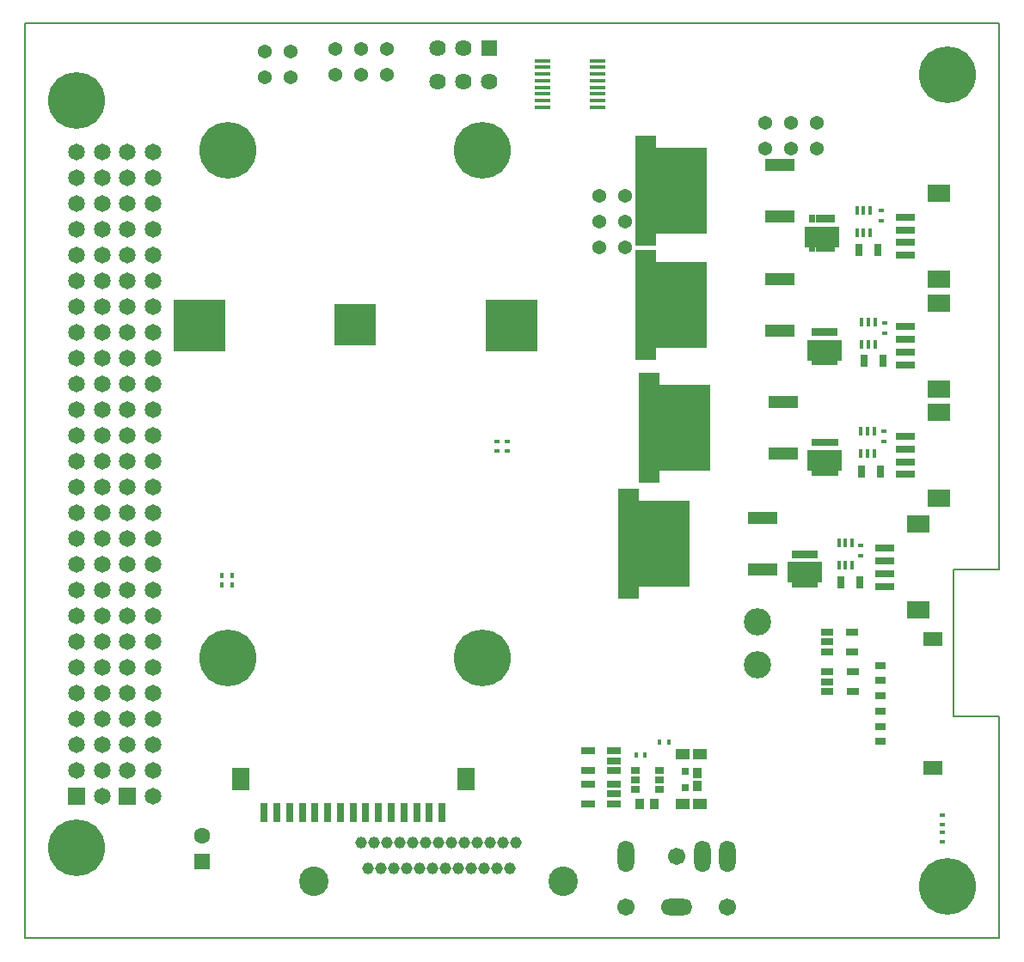
<source format=gbs>
G04*
G04 #@! TF.GenerationSoftware,Altium Limited,Altium Designer,18.1.9 (240)*
G04*
G04 Layer_Color=16711935*
%FSLAX44Y44*%
%MOMM*%
G71*
G01*
G75*
%ADD20C,0.1520*%
%ADD21R,0.6000X0.4000*%
%ADD24R,0.4000X0.6000*%
%ADD29R,0.4500X0.6000*%
%ADD30R,0.6000X0.4500*%
%ADD55R,0.7000X1.3000*%
%ADD78R,1.9016X0.8016*%
%ADD79R,2.3016X1.7016*%
%ADD83R,1.3216X0.7016*%
%ADD100R,0.4516X0.9516*%
%ADD117C,0.1016*%
%ADD118C,1.6016*%
%ADD119R,1.6016X1.6016*%
%ADD120C,2.6924*%
%ADD121C,1.3716*%
%ADD122C,1.6516*%
%ADD123R,1.6516X1.6516*%
%ADD124C,5.6016*%
%ADD125C,1.6256*%
%ADD126R,1.6256X1.6256*%
%ADD127C,1.1684*%
%ADD128O,1.6096X3.1176*%
%ADD129C,1.7016*%
%ADD130O,3.1176X1.6096*%
%ADD131C,2.8956*%
%ADD171R,1.3116X0.6916*%
%ADD172R,4.0616X4.0616*%
%ADD173R,5.1816X5.1816*%
%ADD174R,1.1016X0.7016*%
%ADD175R,1.9016X1.3516*%
%ADD176R,1.5016X0.4516*%
%ADD177R,0.8016X1.9016*%
%ADD178R,1.7016X2.3016*%
%ADD179R,0.6016X0.6616*%
%ADD180R,2.0116X10.9016*%
%ADD181R,5.1816X8.4316*%
%ADD182R,2.9016X1.1516*%
%ADD183R,0.9016X1.0016*%
%ADD184R,0.9016X0.6516*%
%ADD185R,1.3516X1.0016*%
%ADD186R,0.8516X1.0016*%
%ADD187R,0.6516X0.6516*%
G36*
X780740Y374960D02*
X774340D01*
Y381960D01*
X780740D01*
Y374960D01*
D02*
G37*
G36*
X774240D02*
X767840D01*
Y381960D01*
X774240D01*
Y374960D01*
D02*
G37*
G36*
X767740D02*
X761340D01*
Y381960D01*
X767740D01*
Y374960D01*
D02*
G37*
G36*
X761240D02*
X754840D01*
Y381960D01*
X761240D01*
Y374960D01*
D02*
G37*
G36*
X784808Y350552D02*
X780740D01*
Y345560D01*
X774340D01*
Y350552D01*
X774240D01*
Y345560D01*
X767840D01*
Y350552D01*
X767740D01*
Y345560D01*
X761340D01*
Y350552D01*
X761240D01*
Y345560D01*
X754840D01*
Y350552D01*
X750772D01*
Y370872D01*
X784808D01*
Y350552D01*
D02*
G37*
G36*
X804418Y461062D02*
X800350D01*
Y456070D01*
X793950D01*
Y461062D01*
X793850D01*
Y456070D01*
X787450D01*
Y461062D01*
X787350D01*
Y456070D01*
X780950D01*
Y461062D01*
X780850D01*
Y456070D01*
X774450D01*
Y461062D01*
X770382D01*
Y481382D01*
X804418D01*
Y461062D01*
D02*
G37*
G36*
X774450Y485470D02*
Y492470D01*
X780850D01*
Y485470D01*
X774450D01*
D02*
G37*
G36*
X780950D02*
Y492470D01*
X787350D01*
Y485470D01*
X780950D01*
D02*
G37*
G36*
X787450D02*
Y492470D01*
X793850D01*
Y485470D01*
X787450D01*
D02*
G37*
G36*
X793950D02*
Y492470D01*
X800350D01*
Y485470D01*
X793950D01*
D02*
G37*
G36*
X804118Y569722D02*
X800050D01*
Y564730D01*
X793650D01*
Y569722D01*
X793550D01*
Y564730D01*
X787150D01*
Y569722D01*
X787050D01*
Y564730D01*
X780650D01*
Y569722D01*
X780550D01*
Y564730D01*
X774150D01*
Y569722D01*
X770082D01*
Y590042D01*
X804118D01*
Y569722D01*
D02*
G37*
G36*
X774150Y594130D02*
Y601130D01*
X780550D01*
Y594130D01*
X774150D01*
D02*
G37*
G36*
X780650D02*
Y601130D01*
X787050D01*
Y594130D01*
X780650D01*
D02*
G37*
G36*
X787150D02*
Y601130D01*
X793550D01*
Y594130D01*
X787150D01*
D02*
G37*
G36*
X793650D02*
Y601130D01*
X800050D01*
Y594130D01*
X793650D01*
D02*
G37*
G36*
X801789Y681482D02*
X797721D01*
Y676490D01*
X791321D01*
Y681482D01*
X791221D01*
Y676490D01*
X784821D01*
Y681482D01*
X784721D01*
Y676490D01*
X778321D01*
Y681482D01*
X778221D01*
Y676490D01*
X771821D01*
Y681482D01*
X767753D01*
Y701802D01*
X801789D01*
Y681482D01*
D02*
G37*
G36*
X771821Y705890D02*
Y712890D01*
X778221D01*
Y705890D01*
X771821D01*
D02*
G37*
G36*
X778321D02*
Y712890D01*
X784721D01*
Y705890D01*
X778321D01*
D02*
G37*
G36*
X784821D02*
Y712890D01*
X791221D01*
Y705890D01*
X784821D01*
D02*
G37*
G36*
X791321D02*
Y712890D01*
X797721D01*
Y705890D01*
X791321D01*
D02*
G37*
D20*
X958850Y363220D02*
Y901700D01*
X0D02*
X958850D01*
X0Y0D02*
Y901700D01*
Y0D02*
X958850D01*
Y218440D01*
X914400D02*
X958850D01*
X914400D02*
Y363220D01*
X958850D01*
D21*
X903355Y112358D02*
D03*
Y121358D02*
D03*
Y95158D02*
D03*
Y104158D02*
D03*
D24*
X624548Y193040D02*
D03*
X633548D02*
D03*
X610465Y180340D02*
D03*
X601465D02*
D03*
D29*
X203500Y348344D02*
D03*
X193500D02*
D03*
X203660Y357964D02*
D03*
X193660D02*
D03*
D30*
X822975Y377444D02*
D03*
Y387444D02*
D03*
X845875Y489629D02*
D03*
Y499629D02*
D03*
X846540Y596622D02*
D03*
Y606622D02*
D03*
X843280Y707202D02*
D03*
Y717201D02*
D03*
X464820Y480140D02*
D03*
Y490140D02*
D03*
X474980Y480140D02*
D03*
Y490140D02*
D03*
D55*
X803300Y350520D02*
D03*
X822300D02*
D03*
X823260Y460056D02*
D03*
X842260D02*
D03*
X821080Y678180D02*
D03*
X840080D02*
D03*
X826160Y568960D02*
D03*
X845160D02*
D03*
D78*
X846582Y347050D02*
D03*
Y359550D02*
D03*
Y384550D02*
D03*
Y372050D02*
D03*
X866902Y673300D02*
D03*
Y685800D02*
D03*
Y710800D02*
D03*
Y698300D02*
D03*
Y565290D02*
D03*
Y577790D02*
D03*
Y602790D02*
D03*
Y590290D02*
D03*
Y457307D02*
D03*
Y469807D02*
D03*
Y494807D02*
D03*
Y482307D02*
D03*
D79*
X879582Y408050D02*
D03*
Y323550D02*
D03*
X899902Y734300D02*
D03*
Y649800D02*
D03*
Y626290D02*
D03*
Y541790D02*
D03*
Y518307D02*
D03*
Y433807D02*
D03*
D83*
X579500Y151740D02*
D03*
Y142240D02*
D03*
Y132740D02*
D03*
X554600D02*
D03*
Y151740D02*
D03*
X579500Y184680D02*
D03*
Y175180D02*
D03*
Y165680D02*
D03*
X554600D02*
D03*
Y184680D02*
D03*
D100*
X819000Y695120D02*
D03*
X825500D02*
D03*
X832000D02*
D03*
Y717120D02*
D03*
X825500D02*
D03*
X819000D02*
D03*
X822960Y499709D02*
D03*
X829460D02*
D03*
X835960D02*
D03*
Y477709D02*
D03*
X829460D02*
D03*
X822960D02*
D03*
X801200Y390032D02*
D03*
X807700D02*
D03*
X814200D02*
D03*
Y368032D02*
D03*
X807700D02*
D03*
X801200D02*
D03*
X823720Y607210D02*
D03*
X830220D02*
D03*
X836720D02*
D03*
Y585210D02*
D03*
X830220D02*
D03*
X823720D02*
D03*
D117*
X328900Y444700D02*
D03*
Y508700D02*
D03*
D118*
X173960Y101384D02*
D03*
D119*
Y75984D02*
D03*
D120*
X720950Y269680D02*
D03*
Y311590D02*
D03*
D121*
X565700Y680720D02*
D03*
X591100D02*
D03*
X565700Y706120D02*
D03*
X591100D02*
D03*
X565700Y731520D02*
D03*
X591100D02*
D03*
X728980Y803659D02*
D03*
Y778259D02*
D03*
X754380Y803659D02*
D03*
Y778259D02*
D03*
X779780Y803659D02*
D03*
Y778259D02*
D03*
X356300Y850900D02*
D03*
Y876300D02*
D03*
X330900Y850900D02*
D03*
Y876300D02*
D03*
X305500Y850900D02*
D03*
Y876300D02*
D03*
X261620Y848580D02*
D03*
Y873980D02*
D03*
X236220Y848580D02*
D03*
Y873980D02*
D03*
D122*
X125700Y774800D02*
D03*
Y749400D02*
D03*
Y724000D02*
D03*
Y698600D02*
D03*
Y673200D02*
D03*
Y647800D02*
D03*
Y622400D02*
D03*
Y597000D02*
D03*
Y571600D02*
D03*
Y546200D02*
D03*
Y520800D02*
D03*
Y495400D02*
D03*
Y470000D02*
D03*
Y444600D02*
D03*
Y419200D02*
D03*
Y393800D02*
D03*
Y368400D02*
D03*
Y343000D02*
D03*
Y317600D02*
D03*
Y292200D02*
D03*
Y266800D02*
D03*
Y241400D02*
D03*
Y216000D02*
D03*
Y190600D02*
D03*
Y165200D02*
D03*
Y139800D02*
D03*
X100300Y774800D02*
D03*
Y749400D02*
D03*
Y724000D02*
D03*
Y698600D02*
D03*
Y673200D02*
D03*
Y647800D02*
D03*
Y622400D02*
D03*
Y597000D02*
D03*
Y571600D02*
D03*
Y546200D02*
D03*
Y520800D02*
D03*
Y495400D02*
D03*
Y470000D02*
D03*
Y444600D02*
D03*
Y419200D02*
D03*
Y393800D02*
D03*
Y368400D02*
D03*
Y343000D02*
D03*
Y317600D02*
D03*
Y292200D02*
D03*
Y266800D02*
D03*
Y241400D02*
D03*
Y216000D02*
D03*
Y190600D02*
D03*
Y165200D02*
D03*
X50800D02*
D03*
Y190600D02*
D03*
Y216000D02*
D03*
Y241400D02*
D03*
Y266800D02*
D03*
Y292200D02*
D03*
Y317600D02*
D03*
Y343000D02*
D03*
Y368400D02*
D03*
Y393800D02*
D03*
Y419200D02*
D03*
Y444600D02*
D03*
Y470000D02*
D03*
Y495400D02*
D03*
Y520800D02*
D03*
Y546200D02*
D03*
Y571600D02*
D03*
Y597000D02*
D03*
Y622400D02*
D03*
Y647800D02*
D03*
Y673200D02*
D03*
Y698600D02*
D03*
Y724000D02*
D03*
Y749400D02*
D03*
Y774800D02*
D03*
X76200Y139800D02*
D03*
Y165200D02*
D03*
Y190600D02*
D03*
Y216000D02*
D03*
Y241400D02*
D03*
Y266800D02*
D03*
Y292200D02*
D03*
Y317600D02*
D03*
Y343000D02*
D03*
Y368400D02*
D03*
Y393800D02*
D03*
Y419200D02*
D03*
Y444600D02*
D03*
Y470000D02*
D03*
Y495400D02*
D03*
Y520800D02*
D03*
Y546200D02*
D03*
Y571600D02*
D03*
Y597000D02*
D03*
Y622400D02*
D03*
Y647800D02*
D03*
Y673200D02*
D03*
Y698600D02*
D03*
Y724000D02*
D03*
Y749400D02*
D03*
Y774800D02*
D03*
D123*
X100300Y139800D02*
D03*
X50800D02*
D03*
D124*
X908100Y50800D02*
D03*
Y850900D02*
D03*
X450000Y776700D02*
D03*
X200000D02*
D03*
X450000Y276700D02*
D03*
X200000D02*
D03*
X50800Y825500D02*
D03*
Y88900D02*
D03*
D125*
X406400Y844550D02*
D03*
X431800D02*
D03*
X457200D02*
D03*
X406400Y877570D02*
D03*
X431800D02*
D03*
D126*
X457200D02*
D03*
D127*
X483300Y94200D02*
D03*
X470600D02*
D03*
X457900D02*
D03*
X445200D02*
D03*
X432500D02*
D03*
X419800D02*
D03*
X407100D02*
D03*
X394400D02*
D03*
X381700D02*
D03*
X369000D02*
D03*
X356300D02*
D03*
X343600D02*
D03*
X330900D02*
D03*
X476950Y68800D02*
D03*
X464250D02*
D03*
X451550D02*
D03*
X438850D02*
D03*
X426150D02*
D03*
X413450D02*
D03*
X400750D02*
D03*
X388050D02*
D03*
X375350D02*
D03*
X362650D02*
D03*
X349950D02*
D03*
X337250D02*
D03*
D128*
X666740Y80480D02*
D03*
X591740D02*
D03*
X691740D02*
D03*
D129*
X591740Y30480D02*
D03*
X691740D02*
D03*
X641740Y80480D02*
D03*
D130*
Y30480D02*
D03*
D131*
X284545Y56100D02*
D03*
X529655D02*
D03*
D171*
X789690Y243460D02*
D03*
Y252960D02*
D03*
Y262460D02*
D03*
X814790D02*
D03*
Y243460D02*
D03*
X789370Y282620D02*
D03*
Y292120D02*
D03*
Y301620D02*
D03*
X814470D02*
D03*
Y282620D02*
D03*
D172*
X325000Y604774D02*
D03*
D173*
X171350Y604264D02*
D03*
X478650D02*
D03*
D174*
X842260Y209000D02*
D03*
Y194000D02*
D03*
Y224000D02*
D03*
Y239000D02*
D03*
Y254000D02*
D03*
Y269000D02*
D03*
D175*
X894160Y167950D02*
D03*
Y295050D02*
D03*
D176*
X509840Y819483D02*
D03*
Y825983D02*
D03*
Y832483D02*
D03*
Y838983D02*
D03*
Y845483D02*
D03*
Y851983D02*
D03*
Y858483D02*
D03*
Y864983D02*
D03*
X563840Y819483D02*
D03*
Y825983D02*
D03*
Y832483D02*
D03*
Y838983D02*
D03*
Y845483D02*
D03*
Y851983D02*
D03*
Y858483D02*
D03*
Y864983D02*
D03*
D177*
X272960Y124000D02*
D03*
X260460D02*
D03*
X285460D02*
D03*
X235460D02*
D03*
X247960D02*
D03*
X310460D02*
D03*
X297960D02*
D03*
X360460D02*
D03*
X347960D02*
D03*
X322960D02*
D03*
X335460D02*
D03*
X385460D02*
D03*
X372960D02*
D03*
X397960D02*
D03*
X410460D02*
D03*
D178*
X211960Y157000D02*
D03*
X433960D02*
D03*
D179*
X758040Y378460D02*
D03*
X764540D02*
D03*
X771040D02*
D03*
X777540D02*
D03*
Y349060D02*
D03*
X771040D02*
D03*
X764540D02*
D03*
X758040D02*
D03*
X777650Y488970D02*
D03*
X784150D02*
D03*
X790650D02*
D03*
X797150D02*
D03*
Y459570D02*
D03*
X790650D02*
D03*
X784150D02*
D03*
X777650D02*
D03*
X775021Y709390D02*
D03*
X781521D02*
D03*
X788021D02*
D03*
X794521D02*
D03*
Y679990D02*
D03*
X788021D02*
D03*
X781521D02*
D03*
X775021D02*
D03*
X777350Y597630D02*
D03*
X783850D02*
D03*
X790350D02*
D03*
X796850D02*
D03*
Y568230D02*
D03*
X790350D02*
D03*
X783850D02*
D03*
X777350D02*
D03*
D180*
X594098Y388620D02*
D03*
X611050Y736600D02*
D03*
Y624768D02*
D03*
X614610Y503109D02*
D03*
D181*
X629048Y388620D02*
D03*
X646000Y736600D02*
D03*
Y624768D02*
D03*
X649560Y503109D02*
D03*
D182*
X726247Y363220D02*
D03*
Y414020D02*
D03*
X743200Y711200D02*
D03*
Y762000D02*
D03*
Y599368D02*
D03*
Y650168D02*
D03*
X746760Y477709D02*
D03*
Y528509D02*
D03*
D183*
X619140Y132080D02*
D03*
X605140D02*
D03*
D184*
X600877Y156108D02*
D03*
Y165608D02*
D03*
Y146608D02*
D03*
X624877D02*
D03*
Y165608D02*
D03*
Y156108D02*
D03*
D185*
X664348Y132080D02*
D03*
X647848D02*
D03*
X664348Y181180D02*
D03*
X647848D02*
D03*
D186*
X662097Y150380D02*
D03*
Y162880D02*
D03*
D187*
X650098Y148630D02*
D03*
Y164630D02*
D03*
M02*

</source>
